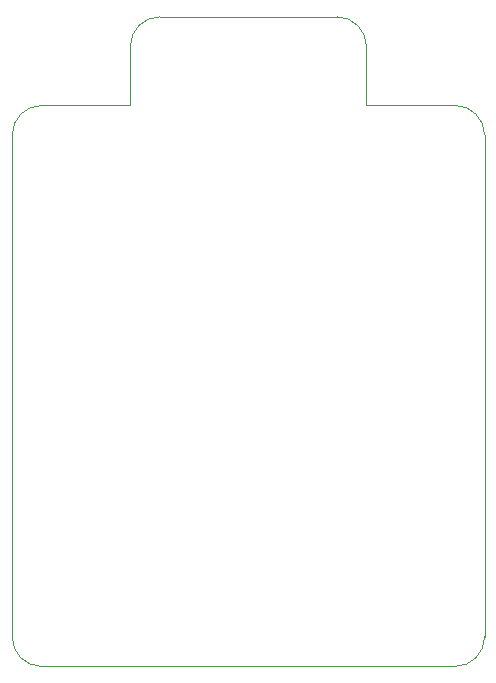
<source format=gbr>
%TF.GenerationSoftware,KiCad,Pcbnew,8.0.6*%
%TF.CreationDate,2024-11-03T15:15:55+02:00*%
%TF.ProjectId,MiniBit,4d696e69-4269-4742-9e6b-696361645f70,1.0*%
%TF.SameCoordinates,Original*%
%TF.FileFunction,Profile,NP*%
%FSLAX46Y46*%
G04 Gerber Fmt 4.6, Leading zero omitted, Abs format (unit mm)*
G04 Created by KiCad (PCBNEW 8.0.6) date 2024-11-03 15:15:55*
%MOMM*%
%LPD*%
G01*
G04 APERTURE LIST*
%TA.AperFunction,Profile*%
%ADD10C,0.050000*%
%TD*%
G04 APERTURE END LIST*
D10*
X130500000Y-118256250D02*
X165500000Y-118256250D01*
X138000000Y-70756250D02*
X138000000Y-65756250D01*
X130500000Y-118256250D02*
G75*
G02*
X128000050Y-115756250I0J2499950D01*
G01*
X158000000Y-70756250D02*
X165500000Y-70756250D01*
X168000000Y-73256250D02*
X168000000Y-115756250D01*
X158000000Y-70756250D02*
X158000000Y-65756250D01*
X155500000Y-63256250D02*
G75*
G02*
X157999950Y-65756250I0J-2499950D01*
G01*
X128000000Y-73256250D02*
G75*
G02*
X130500000Y-70756200I2500000J50D01*
G01*
X165500000Y-70756250D02*
G75*
G02*
X167999950Y-73256250I0J-2499950D01*
G01*
X128000000Y-73256250D02*
X128000000Y-115756250D01*
X138000000Y-65756250D02*
G75*
G02*
X140500000Y-63256200I2500000J50D01*
G01*
X130500000Y-70756250D02*
X138000000Y-70756250D01*
X168000000Y-115756250D02*
G75*
G02*
X165500000Y-118256300I-2500000J-50D01*
G01*
X140500000Y-63256250D02*
X155500000Y-63256250D01*
M02*

</source>
